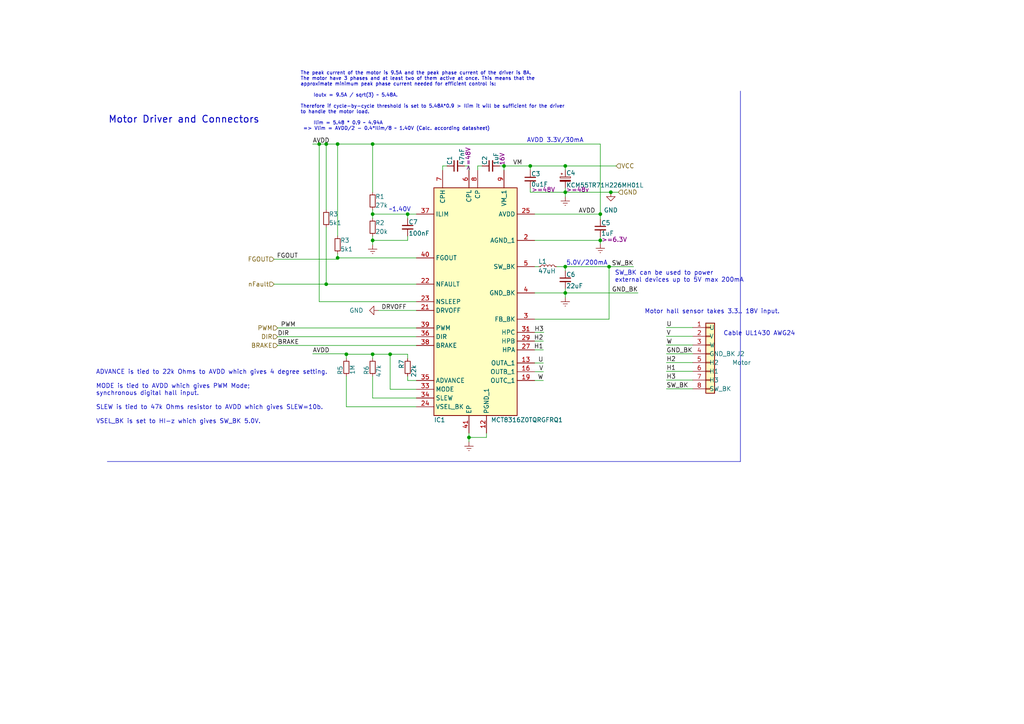
<source format=kicad_sch>
(kicad_sch (version 20230121) (generator eeschema)
  (paper "A4")
  (lib_symbols
    (symbol "Connector_Generic:Conn_01x08" (pin_names (offset 1.016))
      (property "Reference" "J2" (at 7.62 0 0))
      (property "Value" "Motor" (at 6.35 -2.54 0))
      (symbol "Conn_01x08_1_1"
        (rectangle (start -1.27 -10.033) (end 0 -10.287) (stroke (width 0.1524)))
        (rectangle (start -1.27 -7.493) (end 0 -7.747) (stroke (width 0.1524)))
        (rectangle (start -1.27 -4.953) (end 0 -5.207) (stroke (width 0.1524)))
        (rectangle (start -1.27 -2.413) (end 0 -2.667) (stroke (width 0.1524)))
        (rectangle (start -1.27 0.127) (end 0 -0.127) (stroke (width 0.1524)))
        (rectangle (start -1.27 2.667) (end 0 2.413) (stroke (width 0.1524)))
        (rectangle (start -1.27 5.207) (end 0 4.953) (stroke (width 0.1524)))
        (rectangle (start -1.27 7.747) (end 0 7.493) (stroke (width 0.1524)))
        (rectangle (start -1.27 8.89) (end 1.27 -11.43) (stroke (width 0.254)) (fill (type background)))
        (pin passive line (at -5.08 7.62 0) (length 3.81) (name "U") (number "1"))
        (pin passive line (at -5.08 5.08 0) (length 3.81) (name "V") (number "2"))
        (pin passive line (at -5.08 2.54 0) (length 3.81) (name "W") (number "3"))
        (pin passive line (at -5.08 0 0) (length 3.81) (name "GND_BK") (number "4"))
        (pin passive line (at -5.08 -2.54 0) (length 3.81) (name "H2") (number "5"))
        (pin passive line (at -5.08 -5.08 0) (length 3.81) (name "H1") (number "6"))
        (pin passive line (at -5.08 -7.62 0) (length 3.81) (name "H3") (number "7"))
        (pin passive line (at -5.08 -10.16 0) (length 3.81) (name "SW_BK") (number "8") (alternate "SW_BK" passive line))
      )
    )
    (symbol "Device:C_Polarized_Small" (pin_numbers hide) (pin_names (offset 0.254) hide)
      (property "Reference" "C" (at 0.254 1.778 0))
      (property "Value" "C_Polarized_Small" (at 0.254 -2.032 0))
      (symbol "C_Polarized_Small_0_1"
        (rectangle (start -1.524 -0.3048) (end 1.524 -0.6858) (fill (type outline)))
        (rectangle (start -1.524 0.6858) (end 1.524 0.3048))
        (polyline (pts (xy -1.27 1.524) (xy -0.762 1.524)))
        (polyline (pts (xy -1.016 1.27) (xy -1.016 1.778)))
      )
      (symbol "C_Polarized_Small_1_1"
        (pin passive line (at 0 2.54 270) (length 1.8542) (name "~") (number "1"))
        (pin passive line (at 0 -2.54 90) (length 1.8542) (name "~") (number "2"))
      )
    )
    (symbol "Device:C_Small" (pin_numbers hide) (pin_names (offset 0.254) hide)
      (property "Reference" "C" (at 0.254 1.778 0))
      (property "Value" "C_Small" (at 0.254 -2.032 0))
      (symbol "C_Small_0_1"
        (polyline (pts (xy -1.524 -0.508) (xy 1.524 -0.508)) (stroke (width 0.3302)))
        (polyline (pts (xy -1.524 0.508) (xy 1.524 0.508)) (stroke (width 0.3048)))
      )
      (symbol "C_Small_1_1"
        (pin passive line (at 0 2.54 270) (length 2.032) (name "~") (number "1"))
        (pin passive line (at 0 -2.54 90) (length 2.032) (name "~") (number "2"))
      )
    )
    (symbol "Device:L_Small" (pin_numbers hide) (pin_names (offset 0.254) hide)
      (property "Reference" "L" (at 0.762 1.016 0))
      (property "Value" "L_Small" (at 0.762 -1.016 0))
      (symbol "L_Small_0_1"
        (arc (start 0 -2.032) (mid 0.5058 -1.524) (end 0 -1.016))
        (arc (start 0 -1.016) (mid 0.5058 -0.508) (end 0 0))
        (arc (start 0 0) (mid 0.5058 0.508) (end 0 1.016))
        (arc (start 0 1.016) (mid 0.5058 1.524) (end 0 2.032))
      )
      (symbol "L_Small_1_1"
        (pin passive line (at 0 2.54 270) (length 0.508) (name "~") (number "1"))
        (pin passive line (at 0 -2.54 90) (length 0.508) (name "~") (number "2"))
      )
    )
    (symbol "Device:R_Small" (pin_numbers hide) (pin_names (offset 0.254) hide)
      (property "Reference" "R" (at 0.762 0.508 0))
      (property "Value" "R_Small" (at 0.762 -1.016 0))
      (symbol "R_Small_0_1"
        (rectangle (start -0.762 1.778) (end 0.762 -1.778) (stroke (width 0.2032)))
      )
      (symbol "R_Small_1_1"
        (pin passive line (at 0 2.54 270) (length 0.762) (name "~") (number "1"))
        (pin passive line (at 0 -2.54 90) (length 0.762) (name "~") (number "2"))
      )
    )
    (symbol "GND_1" (power) (pin_names (offset 0))
      (property "Value" "GND_1" (at 0 -3.81 0))
      (symbol "GND_1_0_1"
        (polyline (pts (xy 0 0) (xy 0 -1.27) (xy 1.27 -1.27) (xy 0 -2.54) (xy -1.27 -1.27) (xy 0 -1.27)))
      )
      (symbol "GND_1_1_1"
        (pin power_in line (at 0 0 270) (length 0) hide (name "GND") (number "1"))
      )
    )
    (symbol "MCT8316Z0TQRGFRQ1:MCT8316Z0TQRGFRQ1"
      (property "Reference" "IC?" (at 5.08 -54.61 0))
      (property "Value" "MCT8316Z0TQRGFRQ1" (at 21.59 -54.61 0))
      (symbol "MCT8316Z0TQRGFRQ1_1_1"
        (rectangle (start 5.08 12.7) (end 29.21 -53.34) (stroke (width 0.254)) (fill (type background)))
        (pin no_connect line (at 29.21 -5.08 180) (length 5.08) hide (name "NC") (number "1"))
        (pin passive line (at 25.4 17.78 270) (length 5.08) hide (name "VM_2") (number "10"))
        (pin passive line (at 25.4 17.78 270) (length 5.08) hide (name "VM_3") (number "11"))
        (pin passive line (at 20.32 -58.42 90) (length 5.08) (name "PGND_1") (number "12"))
        (pin passive line (at 34.29 -38.1 180) (length 5.08) (name "OUTA_1") (number "13"))
        (pin passive line (at 34.29 -38.1 180) (length 5.08) hide (name "OUTA_2") (number "14"))
        (pin passive line (at 20.32 -58.42 90) (length 5.08) hide (name "PGND_2") (number "15"))
        (pin passive line (at 34.29 -40.64 180) (length 5.08) (name "OUTB_1") (number "16"))
        (pin passive line (at 34.29 -40.64 180) (length 5.08) hide (name "OUTB_2") (number "17"))
        (pin passive line (at 20.32 -58.42 90) (length 5.08) hide (name "PGND_3") (number "18"))
        (pin passive line (at 34.29 -43.18 180) (length 5.08) (name "OUTC_1") (number "19"))
        (pin passive line (at 34.29 -2.54 180) (length 5.08) (name "AGND_1") (number "2"))
        (pin passive line (at 34.29 -43.18 180) (length 5.08) hide (name "OUTC_2") (number "20"))
        (pin passive line (at 0 -22.86 0) (length 5.08) (name "DRVOFF") (number "21"))
        (pin passive line (at 0 -15.24 0) (length 5.08) (name "NFAULT") (number "22"))
        (pin passive line (at 0 -20.32 0) (length 5.08) (name "NSLEEP") (number "23"))
        (pin passive line (at 0 -50.8 0) (length 5.08) (name "VSEL_BK") (number "24"))
        (pin passive line (at 34.29 5.08 180) (length 5.08) (name "AVDD") (number "25"))
        (pin passive line (at 34.29 -2.54 180) (length 5.08) hide (name "AGND_2") (number "26"))
        (pin passive line (at 34.29 -34.29 180) (length 5.08) (name "HPA") (number "27"))
        (pin no_connect line (at 29.21 -21.59 180) (length 5.08) hide (name "HNA") (number "28"))
        (pin passive line (at 34.29 -31.75 180) (length 5.08) (name "HPB") (number "29"))
        (pin passive line (at 34.29 -25.4 180) (length 5.08) (name "FB_BK") (number "3"))
        (pin no_connect line (at 29.21 -21.59 180) (length 5.08) hide (name "HNB") (number "30"))
        (pin passive line (at 34.29 -29.21 180) (length 5.08) (name "HPC") (number "31"))
        (pin no_connect line (at 29.21 -21.59 180) (length 5.08) hide (name "HNC") (number "32"))
        (pin passive line (at 0 -45.72 0) (length 5.08) (name "MODE") (number "33"))
        (pin passive line (at 0 -48.26 0) (length 5.08) (name "SLEW") (number "34"))
        (pin passive line (at 0 -43.18 0) (length 5.08) (name "ADVANCE") (number "35"))
        (pin passive line (at 0 -30.48 0) (length 5.08) (name "DIR") (number "36"))
        (pin passive line (at 0 5.08 0) (length 5.08) (name "ILIM") (number "37"))
        (pin passive line (at 0 -33.02 0) (length 5.08) (name "BRAKE") (number "38"))
        (pin passive line (at 0 -27.94 0) (length 5.08) (name "PWM") (number "39"))
        (pin passive line (at 34.29 -17.78 180) (length 5.08) (name "GND_BK") (number "4"))
        (pin passive line (at 0 -7.62 0) (length 5.08) (name "FGOUT") (number "40"))
        (pin passive line (at 15.24 -58.42 90) (length 5.08) (name "EP") (number "41"))
        (pin passive line (at 34.29 -10.16 180) (length 5.08) (name "SW_BK") (number "5"))
        (pin passive line (at 15.24 17.78 270) (length 5.08) (name "CPL") (number "6"))
        (pin passive line (at 7.62 17.78 270) (length 5.08) (name "CPH") (number "7"))
        (pin passive line (at 17.78 17.78 270) (length 5.08) (name "CP") (number "8"))
        (pin passive line (at 25.4 17.78 270) (length 5.08) (name "VM_1") (number "9"))
      )
    )
    (symbol "power:GND" (power) (pin_names (offset 0))
      (property "Value" "GND" (at 0 -3.81 0))
      (symbol "GND_0_1"
        (polyline (pts (xy 0 0) (xy 0 -1.27) (xy 1.27 -1.27) (xy 0 -2.54) (xy -1.27 -1.27) (xy 0 -1.27)))
      )
      (symbol "GND_1_1"
        (pin power_in line (at 0 0 270) (length 0) hide (name "GND") (number "1"))
      )
    )
    (symbol "power:GNDREF" (power) (pin_names (offset 0))
      (property "Value" "GNDREF" (at 0 -3.81 0))
      (symbol "GNDREF_0_1"
        (polyline (pts (xy -0.635 -1.905) (xy 0.635 -1.905)))
        (polyline (pts (xy -0.127 -2.54) (xy 0.127 -2.54)))
        (polyline (pts (xy 0 -1.27) (xy 0 0)))
        (polyline (pts (xy 1.27 -1.27) (xy -1.27 -1.27)))
      )
      (symbol "GNDREF_1_1"
        (pin power_in line (at 0 0 270) (length 0) hide (name "GNDREF") (number "1"))
      )
    )
  )
  (junction (at 108.077 69.723))
  (junction (at 108.077 102.743))
  (junction (at 108.077 62.103))
  (junction (at 146.177 48.133))
  (junction (at 136.017 126.873))
  (junction (at 97.917 41.783))
  (junction (at 94.615 41.783))
  (junction (at 153.797 48.133))
  (junction (at 176.657 77.343))
  (junction (at 92.583 41.783))
  (junction (at 163.957 84.963))
  (junction (at 118.237 62.103))
  (junction (at 163.957 55.753))
  (junction (at 108.077 41.783))
  (junction (at 174.117 69.723))
  (junction (at 177.165 55.753))
  (junction (at 163.957 77.343))
  (junction (at 113.157 102.743))
  (junction (at 100.457 102.743))
  (junction (at 97.917 74.803))
  (junction (at 174.117 62.103))
  (junction (at 94.615 82.423))
  (junction (at 163.957 48.133))
  (wire (pts (xy 163.957 55.753) (xy 177.165 55.753)))
  (wire (pts (xy 153.797 55.753) (xy 163.957 55.753)))
  (polyline (pts (xy 31.115 133.858) (xy 214.757 133.858)))
  (wire (pts (xy 120.777 112.903) (xy 113.157 112.903)))
  (wire (pts (xy 118.237 109.093) (xy 118.237 110.363)))
  (wire (pts (xy 94.615 82.423) (xy 79.502 82.423)))
  (wire (pts (xy 108.077 62.103) (xy 118.237 62.103)))
  (wire (pts (xy 163.957 48.133) (xy 178.689 48.133)))
  (wire (pts (xy 90.678 102.616) (xy 100.457 102.616)))
  (wire (pts (xy 128.397 48.133) (xy 129.667 48.133)))
  (wire (pts (xy 94.615 41.783) (xy 94.615 60.833)))
  (wire (pts (xy 92.583 87.503) (xy 120.777 87.503)))
  (wire (pts (xy 118.237 110.363) (xy 120.777 110.363)))
  (wire (pts (xy 163.957 48.133) (xy 163.957 49.403)))
  (wire (pts (xy 163.957 54.483) (xy 163.957 55.753)))
  (wire (pts (xy 155.067 107.823) (xy 157.607 107.823)))
  (wire (pts (xy 153.797 48.133) (xy 153.797 49.403)))
  (wire (pts (xy 108.077 69.723) (xy 108.077 70.993)))
  (wire (pts (xy 155.067 105.283) (xy 157.607 105.283)))
  (wire (pts (xy 155.067 96.393) (xy 157.734 96.393)))
  (wire (pts (xy 118.237 104.013) (xy 118.237 102.743)))
  (wire (pts (xy 128.397 48.133) (xy 128.397 49.403)))
  (wire (pts (xy 163.957 84.963) (xy 155.067 84.963)))
  (wire (pts (xy 94.615 65.913) (xy 94.615 82.423)))
  (wire (pts (xy 97.917 75.184) (xy 97.917 74.803)))
  (wire (pts (xy 92.583 41.783) (xy 94.615 41.783)))
  (wire (pts (xy 80.518 95.123) (xy 120.777 95.123)))
  (wire (pts (xy 177.165 55.753) (xy 179.324 55.753)))
  (wire (pts (xy 193.294 94.996) (xy 200.914 94.996)))
  (wire (pts (xy 155.067 77.343) (xy 156.337 77.343)))
  (wire (pts (xy 174.117 62.103) (xy 174.117 63.627)))
  (wire (pts (xy 138.557 48.133) (xy 138.557 49.403)))
  (wire (pts (xy 108.077 60.833) (xy 108.077 62.103)))
  (wire (pts (xy 113.157 102.743) (xy 118.237 102.743)))
  (wire (pts (xy 176.657 77.343) (xy 176.657 92.583)))
  (wire (pts (xy 108.077 109.093) (xy 108.077 115.443)))
  (wire (pts (xy 94.615 82.423) (xy 120.777 82.423)))
  (wire (pts (xy 193.294 112.776) (xy 200.914 112.776)))
  (wire (pts (xy 174.117 41.783) (xy 174.117 62.103)))
  (wire (pts (xy 193.294 97.536) (xy 200.914 97.536)))
  (wire (pts (xy 136.017 126.873) (xy 136.017 128.143)))
  (wire (pts (xy 174.117 68.707) (xy 174.117 69.723)))
  (wire (pts (xy 141.097 125.603) (xy 141.097 126.873)))
  (wire (pts (xy 100.457 102.743) (xy 108.077 102.743)))
  (wire (pts (xy 108.077 115.443) (xy 120.777 115.443)))
  (wire (pts (xy 94.615 41.783) (xy 97.917 41.783)))
  (wire (pts (xy 136.017 48.133) (xy 134.747 48.133)))
  (wire (pts (xy 139.827 48.133) (xy 138.557 48.133)))
  (wire (pts (xy 100.457 117.983) (xy 120.777 117.983)))
  (wire (pts (xy 108.077 41.783) (xy 108.077 55.753)))
  (wire (pts (xy 163.957 83.693) (xy 163.957 84.963)))
  (wire (pts (xy 97.917 41.783) (xy 97.917 68.453)))
  (wire (pts (xy 193.294 107.696) (xy 200.914 107.696)))
  (wire (pts (xy 155.067 98.933) (xy 157.607 98.933)))
  (wire (pts (xy 141.097 126.873) (xy 136.017 126.873)))
  (wire (pts (xy 144.907 48.133) (xy 146.177 48.133)))
  (wire (pts (xy 163.957 55.753) (xy 163.957 57.023)))
  (wire (pts (xy 193.294 105.156) (xy 200.914 105.156)))
  (wire (pts (xy 136.017 126.873) (xy 136.017 125.603)))
  (wire (pts (xy 193.294 102.616) (xy 200.914 102.616)))
  (wire (pts (xy 174.117 41.783) (xy 108.077 41.783)))
  (wire (pts (xy 80.518 100.203) (xy 120.777 100.203)))
  (wire (pts (xy 109.728 90.043) (xy 120.777 90.043)))
  (wire (pts (xy 97.917 73.533) (xy 97.917 74.803)))
  (wire (pts (xy 100.457 102.743) (xy 100.457 104.013)))
  (wire (pts (xy 100.457 102.616) (xy 100.457 102.743)))
  (wire (pts (xy 163.957 78.613) (xy 163.957 77.343)))
  (wire (pts (xy 118.237 68.453) (xy 118.237 69.723)))
  (wire (pts (xy 174.117 69.723) (xy 155.067 69.723)))
  (wire (pts (xy 163.957 84.963) (xy 163.957 86.233)))
  (wire (pts (xy 146.177 48.133) (xy 146.177 49.403)))
  (wire (pts (xy 153.797 48.133) (xy 163.957 48.133)))
  (wire (pts (xy 155.067 92.583) (xy 176.657 92.583)))
  (wire (pts (xy 176.657 77.343) (xy 183.769 77.343)))
  (wire (pts (xy 155.067 62.103) (xy 174.117 62.103)))
  (polyline (pts (xy 214.757 26.416) (xy 214.757 133.858)))
  (wire (pts (xy 100.457 109.093) (xy 100.457 117.983)))
  (wire (pts (xy 146.177 48.133) (xy 153.797 48.133)))
  (wire (pts (xy 155.067 110.363) (xy 157.607 110.363)))
  (wire (pts (xy 92.583 41.783) (xy 92.583 87.503)))
  (wire (pts (xy 80.518 97.663) (xy 120.777 97.663)))
  (wire (pts (xy 118.237 62.103) (xy 118.237 63.373)))
  (wire (pts (xy 90.678 41.783) (xy 92.583 41.783)))
  (wire (pts (xy 108.077 69.723) (xy 108.077 68.453)))
  (wire (pts (xy 136.017 49.403) (xy 136.017 48.133)))
  (wire (pts (xy 108.077 102.743) (xy 108.077 104.013)))
  (wire (pts (xy 79.502 75.184) (xy 97.917 75.184)))
  (wire (pts (xy 193.294 100.076) (xy 200.914 100.076)))
  (wire (pts (xy 163.957 84.963) (xy 185.039 84.963)))
  (wire (pts (xy 174.117 69.723) (xy 174.117 70.739)))
  (wire (pts (xy 97.917 41.783) (xy 108.077 41.783)))
  (wire (pts (xy 118.237 62.103) (xy 120.777 62.103)))
  (wire (pts (xy 153.797 54.483) (xy 153.797 55.753)))
  (wire (pts (xy 108.077 69.723) (xy 118.237 69.723)))
  (wire (pts (xy 113.157 112.903) (xy 113.157 102.743)))
  (wire (pts (xy 155.067 101.473) (xy 157.607 101.473)))
  (wire (pts (xy 163.957 77.343) (xy 176.657 77.343)))
  (wire (pts (xy 193.294 110.236) (xy 200.914 110.236)))
  (wire (pts (xy 97.917 74.803) (xy 120.777 74.803)))
  (wire (pts (xy 163.957 77.343) (xy 161.417 77.343)))
  (wire (pts (xy 108.077 63.373) (xy 108.077 62.103)))
  (wire (pts (xy 108.077 102.743) (xy 113.157 102.743)))
  (text "Cable UL1430 AWG24" (at 209.804 97.536 0) (effects (font (size 1.27 1.27)) (justify left bottom)))
  (text "~1.40V" (at 112.776 61.595 0) (effects (font (size 1.27 1.27)) (justify left bottom)))
  (text "ADVANCE is tied to 22k Ohms to AVDD which gives 4 degree setting.\n\nMODE is tied to AVDD which gives PWM Mode;\nsynchronous digital hall input.\n\nSLEW is tied to 47k Ohms resistor to AVDD which gives SLEW=10b.\n\nVSEL_BK is set to HI-z which gives SW_BK 5.0V." (at 27.813 123.063 0) (effects (font (size 1.27 1.27)) (justify left bottom)))
  (text "The peak current of the motor is 9.5A and the peak phase current of the driver is 8A.\nThe motor have 3 phases and at least two of them active at once. This means that the\napproximate minimum peak phase current needed for efficient control is:\n	\n	Ioutx = 9.5A / sqrt(3) ~ 5.48A.\n\nTherefore if cycle-by-cycle threshold is set to 5.48A*0.9 > Ilim it will be sufficient for the driver\nto handle the motor load.\n\n	Ilim = 5.48 * 0.9 ~ 4.94A\n => Vlim = AVDD/2 - 0.4*Ilim/8 ~ 1.40V (Calc. according datasheet)" (at 87.122 37.973 0) (effects (font (size 1 1)) (justify left bottom)))
  (text "Motor Driver and Connectors" (at 31.369 35.941 0) (effects (font (size 2 2) (thickness 0.254) bold) (justify left bottom)))
  (text "SW_BK can be used to power \nexternal devices up to 5V max 200mA\n" (at 178.308 82.042 0) (effects (font (size 1.27 1.27)) (justify left bottom)))
  (text "Motor hall sensor takes 3.3.. 18V input." (at 186.944 91.186 0) (effects (font (size 1.27 1.27)) (justify left bottom)))
  (text "AVDD 3.3V/30mA" (at 152.781 41.529 0) (effects (font (size 1.27 1.27)) (justify left bottom)))
  (text "5.0V/200mA" (at 164.211 77.089 0) (effects (font (size 1.27 1.27)) (justify left bottom)))
  (label "V" (at 157.607 107.823 180))
  (label "H3" (at 193.294 110.236 0))
  (label "GND_BK" (at 193.294 102.616 0))
  (label "H3" (at 157.734 96.393 180))
  (label "H1" (at 193.294 107.696 0))
  (label "W" (at 193.294 100.076 0))
  (label "H2" (at 193.294 105.156 0))
  (label "DRVOFF" (at 110.617 90.043 0))
  (label "U" (at 157.607 105.283 180))
  (label "SW_BK" (at 183.769 77.343 180))
  (label "H1" (at 157.607 101.473 180))
  (label "PWM" (at 81.407 95.123 0))
  (label "GND_BK" (at 185.039 84.963 180))
  (label "V" (at 193.294 97.536 0))
  (label "AVDD" (at 90.678 41.783 0))
  (label "VM" (at 151.511 48.133 180))
  (label "H2" (at 157.607 98.933 180))
  (label "FGOUT" (at 80.264 75.184 0))
  (label "DIR" (at 80.518 97.663 0))
  (label "W" (at 157.607 110.363 180))
  (label "U" (at 193.294 94.996 0))
  (label "BRAKE" (at 80.518 100.203 0))
  (label "AVDD" (at 167.767 62.103 0))
  (label "AVDD" (at 90.678 102.616 0))
  (label "SW_BK" (at 193.294 112.776 0))
  (hierarchical_label "FGOUT" (shape input) (at 79.502 75.184 180))
  (hierarchical_label "nFault" (shape input) (at 79.502 82.423 180))
  (hierarchical_label "PWM" (shape input) (at 80.518 95.123 180))
  (hierarchical_label "GND" (shape input) (at 179.324 55.753 0))
  (hierarchical_label "BRAKE" (shape input) (at 80.518 100.203 180))
  (hierarchical_label "DIR" (shape input) (at 80.518 97.663 180))
  (hierarchical_label "VCC" (shape input) (at 178.689 48.133 0))
  (symbol (lib_id "Device:C_Small") (at 153.797 51.943 0) (unit 1)
    (property "Reference" "C3" (at 154.051 50.419 0) (effects (justify left)))
    (property "Value" "0u1F" (at 154.051 53.467 0) (effects (justify left)))
    (property "Footprint" "SamacSys_Parts:CAPC1608X95N" (effects hide))
    (property "Voltage" ">=48V" (at 157.607 54.991 0))
    (instances (project "driver_seperate" (path "" (reference "C3") (unit 1)) (path "" (reference "C4") (unit 1))) (project "Driverboard" (path "" (reference "C_VM1") (unit 1)) (path "" (reference "C_VM?") (unit 1)) (path "" (reference "C_VM?") (unit 1)) (path "" (reference "C_VM?") (unit 1))))
  )
  (symbol (lib_id "power:GNDREF") (at 108.077 70.993 0) (unit 1)
    (property "Reference" "#PWR01" (effects hide))
    (property "Value" "GNDREF" (effects hide))
    (instances (project "driver_seperate" (path "" (reference "#PWR01") (unit 1)) (path "" (reference "#PWR01") (unit 1))) (project "Driverboard" (path "" (reference "#PWR?") (unit 1)) (path "" (reference "#PWR?") (unit 1)) (path "" (reference "#PWR?") (unit 1)) (path "" (reference "#PWR?") (unit 1))))
  )
  (symbol (lib_id "Device:C_Small") (at 163.957 81.153 0) (unit 1)
    (property "Reference" "C6" (at 164.211 79.629 0) (effects (justify left)))
    (property "Value" "22uF" (at 164.211 82.931 0) (effects (justify left)))
    (property "Footprint" "Capacitor_SMD:C_1206_3216Metric" (effects hide))
    (instances (project "driver_seperate" (path "" (reference "C6") (unit 1)) (path "" (reference "C6") (unit 1))) (project "Driverboard" (path "" (reference "C?") (unit 1)) (path "" (reference "C?") (unit 1)) (path "" (reference "C?") (unit 1)) (path "" (reference "C?") (unit 1))))
  )
  (symbol (lib_id "Connector_Generic:Conn_01x08") (at 205.994 102.616 0) (unit 1)
    (property "Reference" "J2" (at 213.614 102.616 0) (effects (justify left)))
    (property "Value" "Motor" (at 212.344 105.156 0) (effects (justify left)))
    (property "Footprint" "Connector_Molex:Molex_KK-254_AE-6410-08A_1x08_P2.54mm_Vertical" (effects hide))
    (pin "8" (alternate "SW_BK"))
    (instances (project "driver_seperate" (path "" (reference "J2") (unit 1))) (project "DriverboardComp" (path "" (reference "J6") (unit 1)) (path "" (reference "J6") (unit 1)) (path "" (reference "J6") (unit 1)) (path "" (reference "J6") (unit 1)) (path "" (reference "J6") (unit 1))))
  )
  (symbol (lib_id "Device:C_Small") (at 118.237 65.913 0) (unit 1)
    (property "Reference" "C7" (at 118.491 64.389 0) (effects (justify left)))
    (property "Value" "100nF" (at 118.491 67.691 0) (effects (justify left)))
    (property "Footprint" "Capacitor_SMD:C_0805_2012Metric" (effects hide))
    (instances (project "driver_seperate" (path "" (reference "C7") (unit 1)) (path "" (reference "C1") (unit 1))) (project "Driverboard" (path "" (reference "C?") (unit 1)) (path "" (reference "C?") (unit 1)) (path "" (reference "C?") (unit 1)) (path "" (reference "C?") (unit 1))))
  )
  (symbol (lib_id "Device:C_Polarized_Small") (at 163.957 51.943 0) (unit 1)
    (property "Reference" "C4" (at 164.211 50.165 0) (effects (justify left)))
    (property "Value" "KCM55TR71H226MH01L" (at 164.211 53.721 0) (effects (justify left)))
    (property "Footprint" "SamacSys_Parts:CAPC6153X500N" (effects hide))
    (property "Voltage" ">=48v" (at 167.513 54.991 0))
    (instances (project "driver_seperate" (path "" (reference "C4") (unit 1)) (path "" (reference "C5") (unit 1))) (project "Driverboard" (path "" (reference "C_VM2") (unit 1)) (path "" (reference "C_VM?") (unit 1)) (path "" (reference "C_VM?") (unit 1)) (path "" (reference "C_VM?") (unit 1))))
  )
  (symbol (lib_id "power:GNDREF") (at 174.117 70.739 0) (unit 1)
    (property "Reference" "#PWR05" (effects hide))
    (property "Value" "GNDREF" (effects hide))
    (instances (project "driver_seperate" (path "" (reference "#PWR05") (unit 1)) (path "" (reference "#PWR07") (unit 1))) (project "Driverboard" (path "" (reference "#PWR?") (unit 1)) (path "" (reference "#PWR?") (unit 1)) (path "" (reference "#PWR?") (unit 1)) (path "" (reference "#PWR?") (unit 1))))
  )
  (symbol (lib_id "power:GND") (at 109.728 90.043 270) (unit 1)
    (property "Reference" "#PWR08" (effects hide))
    (property "Value" "GND" (at 105.41 90.043 90) (effects (justify right)))
  )
  (symbol (lib_id "Device:C_Small") (at 174.117 66.167 0) (unit 1)
    (property "Reference" "C5" (at 174.371 64.643 0) (effects (justify left)))
    (property "Value" "1uF" (at 174.371 67.691 0) (effects (justify left)))
    (property "Footprint" "SamacSys_Parts:CAPC3216X178N" (effects hide))
    (property "Voltage" ">=6.3V" (at 178.181 69.469 0))
    (instances (project "driver_seperate" (path "" (reference "C5") (unit 1)) (path "" (reference "C7") (unit 1))) (project "Driverboard" (path "" (reference "C_AVDD1") (unit 1)) (path "" (reference "C_AVDD?") (unit 1)) (path "" (reference "C_AVDD?") (unit 1)) (path "" (reference "C_AVDD?") (unit 1))))
  )
  (symbol (lib_id "Device:C_Small") (at 142.367 48.133 90) (unit 1)
    (property "Reference" "C2" (at 140.589 47.879 0) (effects (justify left)))
    (property "Value" "1uF" (at 143.891 47.879 0) (effects (justify left)))
    (property "Footprint" "SamacSys_Parts:CAPC3216X178N" (effects hide))
    (property "Voltage" "16V" (at 145.669 46.101 0))
    (instances (project "driver_seperate" (path "" (reference "C2") (unit 1)) (path "" (reference "C3") (unit 1))) (project "Driverboard" (path "" (reference "C_CP") (unit 1)) (path "" (reference "C_CP?") (unit 1)) (path "" (reference "C_CP?") (unit 1)) (path "" (reference "C_CP?") (unit 1))))
  )
  (symbol (lib_id "Device:R_Small") (at 100.457 106.553 180) (unit 1)
    (property "Reference" "R5" (at 98.679 106.045 90) (effects (justify left)))
    (property "Value" "1M" (at 102.235 105.791 90) (effects (justify left)))
    (property "Footprint" "Resistor_SMD:R_0805_2012Metric_Pad1.20x1.40mm_HandSolder" (effects hide))
    (instances (project "driver_seperate" (path "" (reference "R5") (unit 1)) (path "" (reference "R3") (unit 1))) (project "Driverboard" (path "" (reference "R?") (unit 1)) (path "" (reference "R?") (unit 1)) (path "" (reference "R?") (unit 1)) (path "" (reference "R?") (unit 1))))
  )
  (symbol (lib_id "MCT8316Z0TQRGFRQ1:MCT8316Z0TQRGFRQ1") (at 120.777 67.183 0) (unit 1)
    (property "Reference" "IC1" (at 125.857 121.793 0) (effects (justify left)))
    (property "Value" "MCT8316Z0TQRGFRQ1" (at 142.367 121.793 0) (effects (justify left)))
    (property "Footprint" "SamacSys_Parts:QFN50P500X700X100-41N-D" (effects hide))
    (property "Reference_1" "IC" (effects hide))
    (property "Value_1" "MCT8316Z0TQRGFRQ1" (effects hide))
    (property "Footprint_1" "QFN50P500X700X100-41N-D" (effects hide))
    (property "Datasheet_1" "https://www.ti.com/lit/ds/symlink/mct8316z-q1.pdf?ts=1644468763902&ref_url=https%253A%252F%252Fwww.ti.com%252Fproduct%252FMCT8316Z-Q1" (effects hide))
    (property "Height" "1" (effects hide))
    (property "Mouser Part Number" "595-CT8316Z0TQRGFRQ1" (effects hide))
    (property "Mouser Price/Stock" "https://www.mouser.co.uk/ProductDetail/Texas-Instruments/MCT8316Z0TQRGFRQ1?qs=doiCPypUmgGjpIW3bYp16w%3D%3D" (effects hide))
    (property "Manufacturer_Name" "Texas Instruments" (effects hide))
    (property "Manufacturer_Part_Number" "MCT8316Z0TQRGFRQ1" (effects hide))
    (instances (project "driver_seperate" (path "" (reference "IC1") (unit 1)) (path "" (reference "IC1") (unit 1))) (project "Driverboard" (path "" (reference "IC?") (unit 1)) (path "" (reference "IC?") (unit 1)) (path "" (reference "IC?") (unit 1)) (path "" (reference "IC?") (unit 1))))
  )
  (symbol (lib_id "Device:L_Small") (at 158.877 77.343 90) (unit 1)
    (property "Reference" "L1" (at 157.353 75.819 90))
    (property "Value" "47uH" (at 158.623 78.613 90))
    (property "Footprint" "SamacSys_Parts:INDPM7973X540N" (effects hide))
    (instances (project "driver_seperate" (path "" (reference "L1") (unit 1)) (path "" (reference "L1") (unit 1))) (project "Driverboard" (path "" (reference "L?") (unit 1)) (path "" (reference "L?") (unit 1)) (path "" (reference "L?") (unit 1)) (path "" (reference "L?") (unit 1))))
  )
  (symbol (lib_id "Device:R_Small") (at 94.615 63.373 0) (unit 1)
    (property "Reference" "R3" (at 95.377 62.103 0) (effects (justify left)))
    (property "Value" "5k1" (at 95.377 64.643 0) (effects (justify left)))
    (property "Footprint" "Resistor_SMD:R_0603_1608Metric_Pad0.98x0.95mm_HandSolder" (effects hide))
    (instances (project "driver_seperate" (path "" (reference "R3") (unit 1)) (path "" (reference "R1") (unit 1))) (project "Driverboard" (path "" (reference "R?") (unit 1)) (path "" (reference "R?") (unit 1)) (path "" (reference "R?") (unit 1)) (path "" (reference "R?") (unit 1))))
  )
  (symbol (lib_id "power:GNDREF") (at 163.957 86.233 0) (unit 1)
    (property "Reference" "#PWR04" (effects hide))
    (property "Value" "GNDREF" (effects hide))
    (instances (project "driver_seperate" (path "" (reference "#PWR04") (unit 1)) (path "" (reference "#PWR05") (unit 1))) (project "Driverboard" (path "" (reference "#PWR?") (unit 1)) (path "" (reference "#PWR?") (unit 1)) (path "" (reference "#PWR?") (unit 1)) (path "" (reference "#PWR?") (unit 1))))
  )
  (symbol (lib_id "power:GNDREF") (at 136.017 128.143 0) (unit 1)
    (property "Reference" "#PWR02" (effects hide))
    (property "Value" "GNDREF" (effects hide))
    (instances (project "driver_seperate" (path "" (reference "#PWR02") (unit 1)) (path "" (reference "#PWR03") (unit 1))) (project "Driverboard" (path "" (reference "#PWR?") (unit 1)) (path "" (reference "#PWR?") (unit 1)) (path "" (reference "#PWR?") (unit 1)) (path "" (reference "#PWR?") (unit 1))))
  )
  (symbol (lib_id "Device:R_Small") (at 108.077 58.293 0) (unit 1)
    (property "Reference" "R1" (at 108.839 57.023 0) (effects (justify left)))
    (property "Value" "27k" (at 108.839 59.563 0) (effects (justify left)))
    (property "Footprint" "Resistor_SMD:R_0603_1608Metric_Pad0.98x0.95mm_HandSolder" (effects hide))
    (instances (project "driver_seperate" (path "" (reference "R1") (unit 1)) (path "" (reference "R4") (unit 1))) (project "Driverboard" (path "" (reference "R?") (unit 1)) (path "" (reference "R?") (unit 1)) (path "" (reference "R?") (unit 1)) (path "" (reference "R?") (unit 1))))
  )
  (symbol (lib_id "Device:R_Small") (at 108.077 106.553 180) (unit 1)
    (property "Reference" "R6" (at 106.299 106.045 90) (effects (justify left)))
    (property "Value" "47k" (at 109.855 105.791 90) (effects (justify left)))
    (property "Footprint" "Resistor_SMD:R_0402_1005Metric_Pad0.72x0.64mm_HandSolder" (effects hide))
    (instances (project "driver_seperate" (path "" (reference "R6") (unit 1)) (path "" (reference "R6") (unit 1))) (project "Driverboard" (path "" (reference "R?") (unit 1)) (path "" (reference "R?") (unit 1)) (path "" (reference "R?") (unit 1)) (path "" (reference "R?") (unit 1))))
  )
  (symbol (lib_name "GND_1") (lib_id "power:GND") (at 177.165 55.753 0) (unit 1)
    (property "Reference" "#PWR02" (effects hide))
    (property "Value" "GND" (at 177.165 60.96 0))
  )
  (symbol (lib_id "Device:R_Small") (at 118.237 106.553 180) (unit 1)
    (property "Reference" "R7" (at 116.459 104.267 90) (effects (justify left)))
    (property "Value" "22k" (at 120.015 105.791 90) (effects (justify left)))
    (property "Footprint" "Resistor_SMD:R_0402_1005Metric_Pad0.72x0.64mm_HandSolder" (effects hide))
    (instances (project "driver_seperate" (path "" (reference "R7") (unit 1)) (path "" (reference "R7") (unit 1))) (project "Driverboard" (path "" (reference "R?") (unit 1)) (path "" (reference "R?") (unit 1)) (path "" (reference "R?") (unit 1)) (path "" (reference "R?") (unit 1))))
  )
  (symbol (lib_id "power:GNDREF") (at 163.957 57.023 0) (unit 1)
    (property "Reference" "#PWR03" (effects hide))
    (property "Value" "GNDREF" (effects hide))
    (instances (project "driver_seperate" (path "" (reference "#PWR03") (unit 1)) (path "" (reference "#PWR04") (unit 1))) (project "Driverboard" (path "" (reference "#PWR?") (unit 1)) (path "" (reference "#PWR?") (unit 1)) (path "" (reference "#PWR?") (unit 1)) (path "" (reference "#PWR?") (unit 1))))
  )
  (symbol (lib_id "Device:C_Small") (at 132.207 48.133 90) (unit 1)
    (property "Reference" "C1" (at 130.429 47.879 0) (effects (justify left)))
    (property "Value" "47nF" (at 133.985 47.879 0) (effects (justify left)))
    (property "Footprint" "SamacSys_Parts:CAPC3216X180N" (effects hide))
    (property "Voltage" ">=48V" (at 135.763 46.101 0))
    (instances (project "driver_seperate" (path "" (reference "C1") (unit 1)) (path "" (reference "C2") (unit 1))) (project "Driverboard" (path "" (reference "C_FLY") (unit 1)) (path "" (reference "C_FLY?") (unit 1)) (path "" (reference "C_FLY?") (unit 1)) (path "" (reference "C_FLY?") (unit 1))))
  )
  (symbol (lib_id "Device:R_Small") (at 97.917 70.993 0) (unit 1)
    (property "Reference" "R3" (at 98.679 69.723 0) (effects (justify left)))
    (property "Value" "5k1" (at 98.679 72.263 0) (effects (justify left)))
    (property "Footprint" "Resistor_SMD:R_0603_1608Metric_Pad0.98x0.95mm_HandSolder" (effects hide))
    (instances (project "driver_seperate" (path "" (reference "R3") (unit 1)) (path "" (reference "R2") (unit 1))) (project "Driverboard" (path "" (reference "R?") (unit 1)) (path "" (reference "R?") (unit 1)) (path "" (reference "R?") (unit 1)) (path "" (reference "R?") (unit 1))))
  )
  (symbol (lib_id "Device:R_Small") (at 108.077 65.913 0) (unit 1)
    (property "Reference" "R2" (at 108.839 64.643 0) (effects (justify left)))
    (property "Value" "20k" (at 108.839 67.183 0) (effects (justify left)))
    (property "Footprint" "Resistor_SMD:R_0603_1608Metric_Pad0.98x0.95mm_HandSolder" (effects hide))
    (instances (project "driver_seperate" (path "" (reference "R2") (unit 1)) (path "" (reference "R5") (unit 1))) (project "Driverboard" (path "" (reference "R?") (unit 1)) (path "" (reference "R?") (unit 1)) (path "" (reference "R?") (unit 1)) (path "" (reference "R?") (unit 1))))
  )
)
</source>
